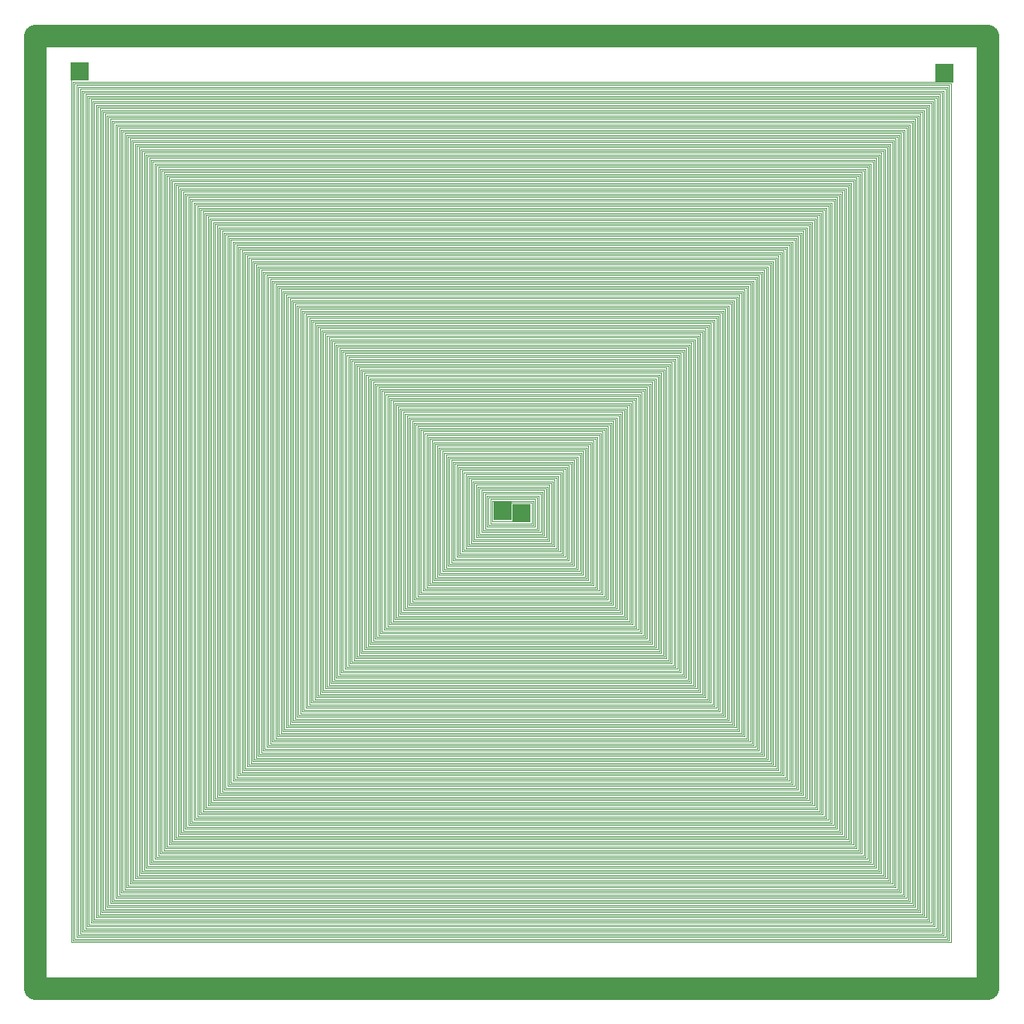
<source format=gbr>
G04 start of page 2 for group 0 idx 0 *
G04 Title: (unknown), component *
G04 Creator: pcb 1.99y *
G04 CreationDate: Mon Mar  9 18:38:31 2009 UTC *
G04 For: dj *
G04 Format: Gerber/RS-274X *
G04 PCB-Dimensions: 432612 432612 *
G04 PCB-Coordinate-Origin: lower left *
%MOIN*%
%FSLAX25Y25*%
%LNFRONT*%
%ADD11C,0.0039*%
%ADD12C,0.1000*%
%ADD13C,0.0200*%
%ADD14C,0.0300*%
G54D11*X383482Y52933D02*Y378891D01*
X384270Y52145D02*Y379679D01*
X385058Y51357D02*Y380467D01*
X385846Y50569D02*Y381255D01*
X386634Y49781D02*Y382043D01*
X387422Y48993D02*Y382831D01*
X388210Y48205D02*Y383619D01*
X388998Y47417D02*Y384407D01*
X389786Y46629D02*Y385195D01*
X390574Y45841D02*Y385983D01*
X391362Y45053D02*Y386771D01*
X392150Y44265D02*Y387559D01*
X392938Y43477D02*Y388347D01*
X393726Y42689D02*Y389135D01*
X394514Y41901D02*Y389923D01*
X395302Y41113D02*Y390711D01*
X396090Y40325D02*Y391499D01*
X396878Y39537D02*Y392287D01*
X397666Y38749D02*Y393075D01*
X398454Y37961D02*Y393863D01*
X399242Y37173D02*Y394651D01*
X400030Y36385D02*Y395439D01*
X400818Y35597D02*Y396227D01*
X401606Y34809D02*Y397015D01*
X402394Y34021D02*Y397803D01*
X403182Y33233D02*Y398591D01*
X403970Y32445D02*Y399379D01*
X404758Y31657D02*Y400167D01*
X405546Y30869D02*Y400955D01*
X406334Y30081D02*Y401743D01*
X407122Y29293D02*Y402531D01*
X407910Y28505D02*Y403319D01*
X408698Y27717D02*Y404107D01*
X409486Y26929D02*Y404895D01*
X410274Y26141D02*Y405683D01*
X411062Y25353D02*Y406471D01*
G54D12*X427612Y5000D02*Y427612D01*
G54D11*X170482Y175073D02*Y258327D01*
X169694Y174285D02*Y259115D01*
X168906Y173497D02*Y259903D01*
X168118Y172709D02*Y260691D01*
X167330Y171921D02*Y261479D01*
X166542Y171133D02*Y262267D01*
X165754Y170345D02*Y263055D01*
X164966Y169557D02*Y263843D01*
X164178Y168769D02*Y264631D01*
X163390Y167981D02*Y265419D01*
X162602Y167193D02*Y266207D01*
X161814Y166405D02*Y266995D01*
X161026Y165617D02*Y267783D01*
X160238Y164829D02*Y268571D01*
X159450Y164041D02*Y269359D01*
X158662Y163253D02*Y270147D01*
X157874Y162465D02*Y270935D01*
X157086Y161677D02*Y271723D01*
X156298Y160889D02*Y272511D01*
X155510Y160101D02*Y273299D01*
X154722Y159313D02*Y274087D01*
X153934Y158525D02*Y274875D01*
X153146Y157737D02*Y275663D01*
X152358Y156949D02*Y276451D01*
X151570Y156161D02*Y277239D01*
X150782Y155373D02*Y278027D01*
X149994Y154585D02*Y278815D01*
X149206Y153797D02*Y279603D01*
X148418Y153009D02*Y280391D01*
X147630Y152221D02*Y281179D01*
X146842Y151433D02*Y281967D01*
X146054Y150645D02*Y282755D01*
X145266Y149857D02*Y283543D01*
X144478Y149069D02*Y284331D01*
X143690Y148281D02*Y285119D01*
X142902Y147493D02*Y285907D01*
X142114Y146705D02*Y286695D01*
X141326Y145917D02*Y287483D01*
X140538Y145129D02*Y288271D01*
X139750Y144341D02*Y289059D01*
X138962Y143553D02*Y289847D01*
X138174Y142765D02*Y290635D01*
X137386Y141977D02*Y291423D01*
X136598Y141189D02*Y292211D01*
X135810Y140401D02*Y292999D01*
X135022Y139613D02*Y293787D01*
X134234Y138825D02*Y294575D01*
X133446Y138037D02*Y295363D01*
X189394Y193985D02*Y239415D01*
X188606Y193197D02*Y240203D01*
X187818Y192409D02*Y240991D01*
X187030Y191621D02*Y241779D01*
X186242Y190833D02*Y242567D01*
X185454Y190045D02*Y243355D01*
X184666Y189257D02*Y244143D01*
X183878Y188469D02*Y244931D01*
G54D12*X5000Y5000D02*X427612D01*
G54D11*X183090Y187681D02*Y245719D01*
X182302Y186893D02*Y246507D01*
X181514Y186105D02*Y247295D01*
X180726Y185317D02*Y248083D01*
X179938Y184529D02*Y248871D01*
X179150Y183741D02*Y249659D01*
X178362Y182953D02*Y250447D01*
X177574Y182165D02*Y251235D01*
X176786Y181377D02*Y252023D01*
X175998Y180589D02*Y252811D01*
X175210Y179801D02*Y253599D01*
X174422Y179013D02*Y254387D01*
X173634Y178225D02*Y255175D01*
X172846Y177437D02*Y255963D01*
X172058Y176649D02*Y256751D01*
X171270Y175861D02*Y257539D01*
X49130Y379679D02*X384270D01*
X48342Y380467D02*X385058D01*
X47554Y381255D02*X385846D01*
X46766Y382043D02*X386634D01*
X45978Y382831D02*X387422D01*
X45190Y383619D02*X388210D01*
X44402Y384407D02*X388998D01*
X43614Y385195D02*X389786D01*
X42826Y385983D02*X390574D01*
X42038Y386771D02*X391362D01*
X41250Y387559D02*X392150D01*
X40462Y388347D02*X392938D01*
X39674Y389135D02*X393726D01*
X38886Y389923D02*X394514D01*
X38098Y390711D02*X395302D01*
X37310Y391499D02*X396090D01*
X36522Y392287D02*X396878D01*
X35734Y393075D02*X397666D01*
X34946Y393863D02*X398454D01*
X34158Y394651D02*X399242D01*
X33370Y395439D02*X400030D01*
X32582Y396227D02*X400818D01*
X31794Y397015D02*X401606D01*
X31006Y397803D02*X402394D01*
X30218Y398591D02*X403182D01*
X29430Y399379D02*X403970D01*
X28642Y400167D02*X404758D01*
X27854Y400955D02*X405546D01*
X27066Y401743D02*X406334D01*
X26278Y402531D02*X407122D01*
X25490Y403319D02*X407910D01*
X24702Y404107D02*X408698D01*
X23914Y404895D02*X409486D01*
X23126Y405683D02*X410274D01*
X22338Y406471D02*X411062D01*
X21550Y407259D02*X411850D01*
G54D12*X5000Y427612D02*X427612D01*
G54D11*X156298Y160889D02*X275526D01*
X155510Y160101D02*X276314D01*
X154722Y159313D02*X277102D01*
X153934Y158525D02*X277890D01*
X153146Y157737D02*X278678D01*
X152358Y156949D02*X279466D01*
X151570Y156161D02*X280254D01*
X150782Y155373D02*X281042D01*
X149994Y154585D02*X281830D01*
X149206Y153797D02*X282618D01*
X148418Y153009D02*X283406D01*
X147630Y152221D02*X284194D01*
X146842Y151433D02*X284982D01*
X146054Y150645D02*X285770D01*
X145266Y149857D02*X286558D01*
X144478Y149069D02*X287346D01*
X143690Y148281D02*X288134D01*
X142902Y147493D02*X288922D01*
X142114Y146705D02*X289710D01*
X141326Y145917D02*X290498D01*
X140538Y145129D02*X291286D01*
X139750Y144341D02*X292074D01*
X138962Y143553D02*X292862D01*
X138174Y142765D02*X293650D01*
X137386Y141977D02*X294438D01*
X136598Y141189D02*X295226D01*
X135810Y140401D02*X296014D01*
X135022Y139613D02*X296802D01*
X134234Y138825D02*X297590D01*
X133446Y138037D02*X298378D01*
X132658Y137249D02*X299166D01*
X131870Y136461D02*X299954D01*
X131082Y135673D02*X300742D01*
X130294Y134885D02*X301530D01*
X129506Y134097D02*X302318D01*
X128718Y133309D02*X303106D01*
X127930Y132521D02*X303894D01*
X127142Y131733D02*X304682D01*
X126354Y130945D02*X305470D01*
X125566Y130157D02*X306258D01*
X124778Y129369D02*X307046D01*
X123990Y128581D02*X307834D01*
X123202Y127793D02*X308622D01*
X122414Y127005D02*X309410D01*
X121626Y126217D02*X310198D01*
X120838Y125429D02*X310986D01*
X120050Y124641D02*X311774D01*
X119262Y123853D02*X312562D01*
X118474Y123065D02*X313350D01*
X117686Y122277D02*X314138D01*
X116898Y121489D02*X314926D01*
X116110Y120701D02*X315714D01*
X115322Y119913D02*X316502D01*
X114534Y119125D02*X317290D01*
X113746Y118337D02*X318078D01*
X112958Y117549D02*X318866D01*
X112170Y116761D02*X319654D01*
X111382Y115973D02*X320442D01*
X110594Y115185D02*X321230D01*
X109806Y114397D02*X322018D01*
X109018Y113609D02*X322806D01*
X108230Y112821D02*X323594D01*
X107442Y112033D02*X324382D01*
X106654Y111245D02*X325170D01*
X105866Y110457D02*X325958D01*
X105078Y109669D02*X326746D01*
X104290Y108881D02*X327534D01*
X103502Y108093D02*X328322D01*
X102714Y107305D02*X329110D01*
X101926Y106517D02*X329898D01*
X101138Y105729D02*X330686D01*
X100350Y104941D02*X331474D01*
X99562Y104153D02*X332262D01*
X98774Y103365D02*X333050D01*
X97986Y102577D02*X333838D01*
X97198Y101789D02*X334626D01*
X96410Y101001D02*X335414D01*
X95622Y100213D02*X336202D01*
X94834Y99425D02*X336990D01*
X94046Y98637D02*X337778D01*
X93258Y97849D02*X338566D01*
X92470Y97061D02*X339354D01*
X91682Y96273D02*X340142D01*
X90894Y95485D02*X340930D01*
X90106Y94697D02*X341718D01*
X89318Y93909D02*X342506D01*
X88530Y93121D02*X343294D01*
X87742Y92333D02*X344082D01*
X86954Y91545D02*X344870D01*
X86166Y90757D02*X345658D01*
X85378Y89969D02*X346446D01*
X84590Y89181D02*X347234D01*
X83802Y88393D02*X348022D01*
X83014Y87605D02*X348810D01*
X82226Y86817D02*X349598D01*
X81438Y86029D02*X350386D01*
X80650Y85241D02*X351174D01*
X79862Y84453D02*X351962D01*
X79074Y83665D02*X352750D01*
X78286Y82877D02*X353538D01*
X77498Y82089D02*X354326D01*
X76710Y81301D02*X355114D01*
X75922Y80513D02*X355902D01*
X75134Y79725D02*X356690D01*
X74346Y78937D02*X357478D01*
X73558Y78149D02*X358266D01*
X72770Y77361D02*X359054D01*
X71982Y76573D02*X359842D01*
X71194Y75785D02*X360630D01*
X70406Y74997D02*X361418D01*
X69618Y74209D02*X362206D01*
X68830Y73421D02*X362994D01*
X68042Y72633D02*X363782D01*
X67254Y71845D02*X364570D01*
X66466Y71057D02*X365358D01*
X65678Y70269D02*X366146D01*
X64890Y69481D02*X366934D01*
X64102Y68693D02*X367722D01*
X63314Y67905D02*X368510D01*
X62526Y67117D02*X369298D01*
X61738Y66329D02*X370086D01*
X60950Y65541D02*X370874D01*
X60162Y64753D02*X371662D01*
X59374Y63965D02*X372450D01*
X58586Y63177D02*X373238D01*
X57798Y62389D02*X374026D01*
X57010Y61601D02*X374814D01*
X56222Y60813D02*X375602D01*
X55434Y60025D02*X376390D01*
X54646Y59237D02*X377178D01*
X53858Y58449D02*X377966D01*
X53070Y57661D02*X378754D01*
X52282Y56873D02*X379542D01*
X51494Y56085D02*X380330D01*
X50706Y55297D02*X381118D01*
X49918Y54509D02*X381906D01*
X49130Y53721D02*X382694D01*
X48342Y52933D02*X383482D01*
X47554Y52145D02*X384270D01*
X46766Y51357D02*X385058D01*
X45978Y50569D02*X385846D01*
X45190Y49781D02*X386634D01*
X44402Y48993D02*X387422D01*
X43614Y48205D02*X388210D01*
X42826Y47417D02*X388998D01*
X42038Y46629D02*X389786D01*
X41250Y45841D02*X390574D01*
X40462Y45053D02*X391362D01*
X39674Y44265D02*X392150D01*
X38886Y43477D02*X392938D01*
X38098Y42689D02*X393726D01*
X37310Y41901D02*X394514D01*
X36522Y41113D02*X395302D01*
X35734Y40325D02*X396090D01*
X34946Y39537D02*X396878D01*
X34158Y38749D02*X397666D01*
X33370Y37961D02*X398454D01*
X32582Y37173D02*X399242D01*
X31794Y36385D02*X400030D01*
X31006Y35597D02*X400818D01*
X30218Y34809D02*X401606D01*
X29430Y34021D02*X402394D01*
X28642Y33233D02*X403182D01*
X27854Y32445D02*X403970D01*
X27066Y31657D02*X404758D01*
X26278Y30869D02*X405546D01*
X25490Y30081D02*X406334D01*
X24702Y29293D02*X407122D01*
X23914Y28505D02*X407910D01*
X23126Y27717D02*X408698D01*
X22338Y26929D02*X409486D01*
X21550Y26141D02*X410274D01*
X20762Y25353D02*X411062D01*
X132658Y137249D02*Y296151D01*
X131870Y136461D02*Y296939D01*
X131082Y135673D02*Y297727D01*
X130294Y134885D02*Y298515D01*
X129506Y134097D02*Y299303D01*
X128718Y133309D02*Y300091D01*
X127930Y132521D02*Y300879D01*
X127142Y131733D02*Y301667D01*
X126354Y130945D02*Y302455D01*
X125566Y130157D02*Y303243D01*
X124778Y129369D02*Y304031D01*
X123990Y128581D02*Y304819D01*
X123202Y127793D02*Y305607D01*
X122414Y127005D02*Y306395D01*
X121626Y126217D02*Y307183D01*
X120838Y125429D02*Y307971D01*
X120050Y124641D02*Y308759D01*
X119262Y123853D02*Y309547D01*
X118474Y123065D02*Y310335D01*
X117686Y122277D02*Y311123D01*
X116898Y121489D02*Y311911D01*
X116110Y120701D02*Y312699D01*
X115322Y119913D02*Y313487D01*
X114534Y119125D02*Y314275D01*
X113746Y118337D02*Y315063D01*
X112958Y117549D02*Y315851D01*
X112170Y116761D02*Y316639D01*
X111382Y115973D02*Y317427D01*
X110594Y115185D02*Y318215D01*
X109806Y114397D02*Y319003D01*
X109018Y113609D02*Y319791D01*
X108230Y112821D02*Y320579D01*
X107442Y112033D02*Y321367D01*
X106654Y111245D02*Y322155D01*
X105866Y110457D02*Y322943D01*
X105078Y109669D02*Y323731D01*
X104290Y108881D02*Y324519D01*
X103502Y108093D02*Y325307D01*
X102714Y107305D02*Y326095D01*
X101926Y106517D02*Y326883D01*
X101138Y105729D02*Y327671D01*
X100350Y104941D02*Y328459D01*
X99562Y104153D02*Y329247D01*
X98774Y103365D02*Y330035D01*
X97986Y102577D02*Y330823D01*
X97198Y101789D02*Y331611D01*
X96410Y101001D02*Y332399D01*
X95622Y100213D02*Y333187D01*
X94834Y99425D02*Y333975D01*
X94046Y98637D02*Y334763D01*
X93258Y97849D02*Y335551D01*
X92470Y97061D02*Y336339D01*
X91682Y96273D02*Y337127D01*
X90894Y95485D02*Y337915D01*
X90106Y94697D02*Y338703D01*
X89318Y93909D02*Y339491D01*
X88530Y93121D02*Y340279D01*
X87742Y92333D02*Y341067D01*
X86954Y91545D02*Y341855D01*
X86166Y90757D02*Y342643D01*
X85378Y89969D02*Y343431D01*
X84590Y89181D02*Y344219D01*
X83802Y88393D02*Y345007D01*
X83014Y87605D02*Y345795D01*
X82226Y86817D02*Y346583D01*
X81438Y86029D02*Y347371D01*
X80650Y85241D02*Y348159D01*
X79862Y84453D02*Y348947D01*
X79074Y83665D02*Y349735D01*
X78286Y82877D02*Y350523D01*
X77498Y82089D02*Y351311D01*
X76710Y81301D02*Y352099D01*
X75922Y80513D02*Y352887D01*
X75134Y79725D02*Y353675D01*
X74346Y78937D02*Y354463D01*
X73558Y78149D02*Y355251D01*
X72770Y77361D02*Y356039D01*
X71982Y76573D02*Y356827D01*
X71194Y75785D02*Y357615D01*
X70406Y74997D02*Y358403D01*
X69618Y74209D02*Y359191D01*
X68830Y73421D02*Y359979D01*
X68042Y72633D02*Y360767D01*
X67254Y71845D02*Y361555D01*
X66466Y71057D02*Y362343D01*
X65678Y70269D02*Y363131D01*
X64890Y69481D02*Y363919D01*
X64102Y68693D02*Y364707D01*
X63314Y67905D02*Y365495D01*
X62526Y67117D02*Y366283D01*
X61738Y66329D02*Y367071D01*
X60950Y65541D02*Y367859D01*
X60162Y64753D02*Y368647D01*
X59374Y63965D02*Y369435D01*
X58586Y63177D02*Y370223D01*
X57798Y62389D02*Y371011D01*
X57010Y61601D02*Y371799D01*
X56222Y60813D02*Y372587D01*
X55434Y60025D02*Y373375D01*
X54646Y59237D02*Y374163D01*
X53858Y58449D02*Y374951D01*
X53070Y57661D02*Y375739D01*
X52282Y56873D02*Y376527D01*
X51494Y56085D02*Y377315D01*
X50706Y55297D02*Y378103D01*
X49918Y54509D02*Y378891D01*
X49130Y53721D02*Y379679D01*
X48342Y52933D02*Y380467D01*
X47554Y52145D02*Y381255D01*
X46766Y51357D02*Y382043D01*
X45978Y50569D02*Y382831D01*
X45190Y49781D02*Y383619D01*
X44402Y48993D02*Y384407D01*
X43614Y48205D02*Y385195D01*
X42826Y47417D02*Y385983D01*
X42038Y46629D02*Y386771D01*
X41250Y45841D02*Y387559D01*
X40462Y45053D02*Y388347D01*
X39674Y44265D02*Y389135D01*
X38886Y43477D02*Y389923D01*
X38098Y42689D02*Y390711D01*
X37310Y41901D02*Y391499D01*
X36522Y41113D02*Y392287D01*
X35734Y40325D02*Y393075D01*
X34946Y39537D02*Y393863D01*
X34158Y38749D02*Y394651D01*
X33370Y37961D02*Y395439D01*
X32582Y37173D02*Y396227D01*
X31794Y36385D02*Y397015D01*
X31006Y35597D02*Y397803D01*
X30218Y34809D02*Y398591D01*
X29430Y34021D02*Y399379D01*
X28642Y33233D02*Y400167D01*
X27854Y32445D02*Y400955D01*
X27066Y31657D02*Y401743D01*
X26278Y30869D02*Y402531D01*
X25490Y30081D02*Y403319D01*
X24702Y29293D02*Y404107D01*
X23914Y28505D02*Y404895D01*
X23126Y27717D02*Y405683D01*
X22338Y26929D02*Y406471D01*
X21550Y26141D02*Y407259D01*
X20762Y25353D02*Y408047D01*
G54D12*X5000Y5000D02*Y427612D01*
G54D11*X205942Y210533D02*Y222867D01*
X205154Y209745D02*Y223655D01*
X204366Y208957D02*Y224443D01*
X203578Y208169D02*Y225231D01*
X202790Y207381D02*Y226019D01*
X202002Y206593D02*Y226807D01*
X201214Y205805D02*Y227595D01*
X200426Y205017D02*Y228383D01*
X199638Y204229D02*Y229171D01*
X198850Y203441D02*Y229959D01*
X198062Y202653D02*Y230747D01*
X197274Y201865D02*Y231535D01*
X196486Y201077D02*Y232323D01*
X195698Y200289D02*Y233111D01*
X194910Y199501D02*Y233899D01*
X194122Y198713D02*Y234687D01*
X193334Y197925D02*Y235475D01*
X192546Y197137D02*Y236263D01*
X191758Y196349D02*Y237051D01*
X190970Y195561D02*Y237839D01*
X190182Y194773D02*Y238627D01*
X206730Y222079D02*X226670D01*
X205942Y222867D02*X227458D01*
X205154Y223655D02*X228246D01*
X204366Y224443D02*X229034D01*
X203578Y225231D02*X229822D01*
X202790Y226019D02*X230610D01*
X202002Y226807D02*X231398D01*
X201214Y227595D02*X232186D01*
X200426Y228383D02*X232974D01*
X199638Y229171D02*X233762D01*
X198850Y229959D02*X234550D01*
X198062Y230747D02*X235338D01*
X197274Y231535D02*X236126D01*
X196486Y232323D02*X236914D01*
X195698Y233111D02*X237702D01*
X194910Y233899D02*X238490D01*
X194122Y234687D02*X239278D01*
X193334Y235475D02*X240066D01*
X192546Y236263D02*X240854D01*
X191758Y237051D02*X241642D01*
X190970Y237839D02*X242430D01*
X190182Y238627D02*X243218D01*
X189394Y239415D02*X244006D01*
X188606Y240203D02*X244794D01*
X187818Y240991D02*X245582D01*
X187030Y241779D02*X246370D01*
X186242Y242567D02*X247158D01*
X138962Y289847D02*X294438D01*
X138174Y290635D02*X295226D01*
X137386Y291423D02*X296014D01*
X136598Y292211D02*X296802D01*
X135810Y292999D02*X297590D01*
X135022Y293787D02*X298378D01*
X134234Y294575D02*X299166D01*
X133446Y295363D02*X299954D01*
X132658Y296151D02*X300742D01*
X131870Y296939D02*X301530D01*
X131082Y297727D02*X302318D01*
X130294Y298515D02*X303106D01*
X129506Y299303D02*X303894D01*
X128718Y300091D02*X304682D01*
X127930Y300879D02*X305470D01*
X127142Y301667D02*X306258D01*
X126354Y302455D02*X307046D01*
X125566Y303243D02*X307834D01*
X124778Y304031D02*X308622D01*
X123990Y304819D02*X309410D01*
X123202Y305607D02*X310198D01*
X122414Y306395D02*X310986D01*
X121626Y307183D02*X311774D01*
X120838Y307971D02*X312562D01*
X120050Y308759D02*X313350D01*
X119262Y309547D02*X314138D01*
X118474Y310335D02*X314926D01*
X117686Y311123D02*X315714D01*
X116898Y311911D02*X316502D01*
X116110Y312699D02*X317290D01*
X115322Y313487D02*X318078D01*
X114534Y314275D02*X318866D01*
X113746Y315063D02*X319654D01*
X112958Y315851D02*X320442D01*
X112170Y316639D02*X321230D01*
X111382Y317427D02*X322018D01*
X110594Y318215D02*X322806D01*
X109806Y319003D02*X323594D01*
X109018Y319791D02*X324382D01*
X108230Y320579D02*X325170D01*
X107442Y321367D02*X325958D01*
X106654Y322155D02*X326746D01*
X105866Y322943D02*X327534D01*
X105078Y323731D02*X328322D01*
X104290Y324519D02*X329110D01*
X103502Y325307D02*X329898D01*
X102714Y326095D02*X330686D01*
X101926Y326883D02*X331474D01*
X101138Y327671D02*X332262D01*
X100350Y328459D02*X333050D01*
X99562Y329247D02*X333838D01*
X98774Y330035D02*X334626D01*
X97986Y330823D02*X335414D01*
X97198Y331611D02*X336202D01*
X96410Y332399D02*X336990D01*
X95622Y333187D02*X337778D01*
X94834Y333975D02*X338566D01*
X94046Y334763D02*X339354D01*
X93258Y335551D02*X340142D01*
X92470Y336339D02*X340930D01*
X91682Y337127D02*X341718D01*
X90894Y337915D02*X342506D01*
X90106Y338703D02*X343294D01*
X89318Y339491D02*X344082D01*
X88530Y340279D02*X344870D01*
X87742Y341067D02*X345658D01*
X86954Y341855D02*X346446D01*
X86166Y342643D02*X347234D01*
X85378Y343431D02*X348022D01*
X84590Y344219D02*X348810D01*
X83802Y345007D02*X349598D01*
X83014Y345795D02*X350386D01*
X82226Y346583D02*X351174D01*
X81438Y347371D02*X351962D01*
X80650Y348159D02*X352750D01*
X79862Y348947D02*X353538D01*
X79074Y349735D02*X354326D01*
X78286Y350523D02*X355114D01*
X77498Y351311D02*X355902D01*
X76710Y352099D02*X356690D01*
X75922Y352887D02*X357478D01*
X75134Y353675D02*X358266D01*
X74346Y354463D02*X359054D01*
X73558Y355251D02*X359842D01*
X72770Y356039D02*X360630D01*
X71982Y356827D02*X361418D01*
X71194Y357615D02*X362206D01*
X70406Y358403D02*X362994D01*
X69618Y359191D02*X363782D01*
X68830Y359979D02*X364570D01*
X68042Y360767D02*X365358D01*
X67254Y361555D02*X366146D01*
X66466Y362343D02*X366934D01*
X65678Y363131D02*X367722D01*
X64890Y363919D02*X368510D01*
X64102Y364707D02*X369298D01*
X63314Y365495D02*X370086D01*
X62526Y366283D02*X370874D01*
X61738Y367071D02*X371662D01*
X60950Y367859D02*X372450D01*
X60162Y368647D02*X373238D01*
X59374Y369435D02*X374026D01*
X58586Y370223D02*X374814D01*
X57798Y371011D02*X375602D01*
X57010Y371799D02*X376390D01*
X56222Y372587D02*X377178D01*
X55434Y373375D02*X377966D01*
X54646Y374163D02*X378754D01*
X53858Y374951D02*X379542D01*
X53070Y375739D02*X380330D01*
X52282Y376527D02*X381118D01*
X51494Y377315D02*X381906D01*
X50706Y378103D02*X382694D01*
X49918Y378891D02*X383482D01*
X205942Y210533D02*X225882D01*
X205154Y209745D02*X226670D01*
X204366Y208957D02*X227458D01*
X225882Y210533D02*Y221291D01*
X226670Y209745D02*Y222079D01*
X227458Y208957D02*Y222867D01*
X228246Y208169D02*Y223655D01*
X229034Y207381D02*Y224443D01*
X229822Y206593D02*Y225231D01*
X203578Y208169D02*X228246D01*
X202790Y207381D02*X229034D01*
X202002Y206593D02*X229822D01*
X201214Y205805D02*X230610D01*
X207518Y212109D02*Y221291D01*
X208306Y220503D02*X225094D01*
X206730Y211321D02*Y222079D01*
X207518Y221291D02*X225882D01*
X207518Y212109D02*X224306D01*
Y219715D01*
X206730Y211321D02*X225094D01*
Y220503D01*
X230610Y205805D02*Y226019D01*
X200426Y205017D02*X231398D01*
X244794Y191621D02*Y240203D01*
X245582Y190833D02*Y240991D01*
X246370Y190045D02*Y241779D01*
X247158Y189257D02*Y242567D01*
X247946Y188469D02*Y243355D01*
X248734Y187681D02*Y244143D01*
X249522Y186893D02*Y244931D01*
X250310Y186105D02*Y245719D01*
X251098Y185317D02*Y246507D01*
X251886Y184529D02*Y247295D01*
X252674Y183741D02*Y248083D01*
X253462Y182953D02*Y248871D01*
X254250Y182165D02*Y249659D01*
X255038Y181377D02*Y250447D01*
X255826Y180589D02*Y251235D01*
X256614Y179801D02*Y252023D01*
X257402Y179013D02*Y252811D01*
X258190Y178225D02*Y253599D01*
X258978Y177437D02*Y254387D01*
X259766Y176649D02*Y255175D01*
X260554Y175861D02*Y255963D01*
X261342Y175073D02*Y256751D01*
X262130Y174285D02*Y257539D01*
X262918Y173497D02*Y258327D01*
X263706Y172709D02*Y259115D01*
X264494Y171921D02*Y259903D01*
X265282Y171133D02*Y260691D01*
X266070Y170345D02*Y261479D01*
X266858Y169557D02*Y262267D01*
X267646Y168769D02*Y263055D01*
X268434Y167981D02*Y263843D01*
X269222Y167193D02*Y264631D01*
X270010Y166405D02*Y265419D01*
X270798Y165617D02*Y266207D01*
X271586Y164829D02*Y266995D01*
X272374Y164041D02*Y267783D01*
X273162Y163253D02*Y268571D01*
X273950Y162465D02*Y269359D01*
X231398Y205017D02*Y226807D01*
X232186Y204229D02*Y227595D01*
X232974Y203441D02*Y228383D01*
X233762Y202653D02*Y229171D01*
X234550Y201865D02*Y229959D01*
X235338Y201077D02*Y230747D01*
X236126Y200289D02*Y231535D01*
X236914Y199501D02*Y232323D01*
X237702Y198713D02*Y233111D01*
X238490Y197925D02*Y233899D01*
X239278Y197137D02*Y234687D01*
X240066Y196349D02*Y235475D01*
X240854Y195561D02*Y236263D01*
X241642Y194773D02*Y237051D01*
X242430Y193985D02*Y237839D01*
X243218Y193197D02*Y238627D01*
X244006Y192409D02*Y239415D01*
X199638Y204229D02*X232186D01*
X198850Y203441D02*X232974D01*
X198062Y202653D02*X233762D01*
X197274Y201865D02*X234550D01*
X196486Y201077D02*X235338D01*
X195698Y200289D02*X236126D01*
X194910Y199501D02*X236914D01*
X194122Y198713D02*X237702D01*
X193334Y197925D02*X238490D01*
X192546Y197137D02*X239278D01*
X191758Y196349D02*X240066D01*
X190970Y195561D02*X240854D01*
X190182Y194773D02*X241642D01*
X189394Y193985D02*X242430D01*
X188606Y193197D02*X243218D01*
X187818Y192409D02*X244006D01*
X187030Y191621D02*X244794D01*
X186242Y190833D02*X245582D01*
X185454Y190045D02*X246370D01*
X184666Y189257D02*X247158D01*
X183878Y188469D02*X247946D01*
X183090Y187681D02*X248734D01*
X182302Y186893D02*X249522D01*
X181514Y186105D02*X250310D01*
X180726Y185317D02*X251098D01*
X179938Y184529D02*X251886D01*
X179150Y183741D02*X252674D01*
X178362Y182953D02*X253462D01*
X177574Y182165D02*X254250D01*
X176786Y181377D02*X255038D01*
X175998Y180589D02*X255826D01*
X175210Y179801D02*X256614D01*
X174422Y179013D02*X257402D01*
X173634Y178225D02*X258190D01*
X172846Y177437D02*X258978D01*
X172058Y176649D02*X259766D01*
X171270Y175861D02*X260554D01*
X170482Y175073D02*X261342D01*
X169694Y174285D02*X262130D01*
X168906Y173497D02*X262918D01*
X168118Y172709D02*X263706D01*
X167330Y171921D02*X264494D01*
X166542Y171133D02*X265282D01*
X165754Y170345D02*X266070D01*
X164966Y169557D02*X266858D01*
X164178Y168769D02*X267646D01*
X163390Y167981D02*X268434D01*
X162602Y167193D02*X269222D01*
X161814Y166405D02*X270010D01*
X161026Y165617D02*X270798D01*
X160238Y164829D02*X271586D01*
X159450Y164041D02*X272374D01*
X158662Y163253D02*X273162D01*
X157874Y162465D02*X273950D01*
X157086Y161677D02*X274738D01*
X185454Y243355D02*X247946D01*
X184666Y244143D02*X248734D01*
X183878Y244931D02*X249522D01*
X183090Y245719D02*X250310D01*
X182302Y246507D02*X251098D01*
X181514Y247295D02*X251886D01*
X180726Y248083D02*X252674D01*
X179938Y248871D02*X253462D01*
X179150Y249659D02*X254250D01*
X178362Y250447D02*X255038D01*
X177574Y251235D02*X255826D01*
X176786Y252023D02*X256614D01*
X175998Y252811D02*X257402D01*
X175210Y253599D02*X258190D01*
X174422Y254387D02*X258978D01*
X173634Y255175D02*X259766D01*
X172846Y255963D02*X260554D01*
X172058Y256751D02*X261342D01*
X171270Y257539D02*X262130D01*
X170482Y258327D02*X262918D01*
X169694Y259115D02*X263706D01*
X168906Y259903D02*X264494D01*
X168118Y260691D02*X265282D01*
X167330Y261479D02*X266070D01*
X166542Y262267D02*X266858D01*
X165754Y263055D02*X267646D01*
X164966Y263843D02*X268434D01*
X164178Y264631D02*X269222D01*
X163390Y265419D02*X270010D01*
X162602Y266207D02*X270798D01*
X161814Y266995D02*X271586D01*
X161026Y267783D02*X272374D01*
X160238Y268571D02*X273162D01*
X159450Y269359D02*X273950D01*
X158662Y270147D02*X274738D01*
X157874Y270935D02*X275526D01*
X157086Y271723D02*X276314D01*
X156298Y272511D02*X277102D01*
X155510Y273299D02*X277890D01*
X154722Y274087D02*X278678D01*
X153934Y274875D02*X279466D01*
X153146Y275663D02*X280254D01*
X152358Y276451D02*X281042D01*
X151570Y277239D02*X281830D01*
X150782Y278027D02*X282618D01*
X149994Y278815D02*X283406D01*
X149206Y279603D02*X284194D01*
X148418Y280391D02*X284982D01*
X147630Y281179D02*X285770D01*
X146842Y281967D02*X286558D01*
X146054Y282755D02*X287346D01*
X145266Y283543D02*X288134D01*
X144478Y284331D02*X288922D01*
X143690Y285119D02*X289710D01*
X142902Y285907D02*X290498D01*
X142114Y286695D02*X291286D01*
X141326Y287483D02*X292074D01*
X140538Y288271D02*X292862D01*
X139750Y289059D02*X293650D01*
X274738Y161677D02*Y270147D01*
X275526Y160889D02*Y270935D01*
X276314Y160101D02*Y271723D01*
X277102Y159313D02*Y272511D01*
X277890Y158525D02*Y273299D01*
X278678Y157737D02*Y274087D01*
X279466Y156949D02*Y274875D01*
X280254Y156161D02*Y275663D01*
X281042Y155373D02*Y276451D01*
X281830Y154585D02*Y277239D01*
X282618Y153797D02*Y278027D01*
X283406Y153009D02*Y278815D01*
X284194Y152221D02*Y279603D01*
X284982Y151433D02*Y280391D01*
X285770Y150645D02*Y281179D01*
X286558Y149857D02*Y281967D01*
X287346Y149069D02*Y282755D01*
X288134Y148281D02*Y283543D01*
X288922Y147493D02*Y284331D01*
X289710Y146705D02*Y285119D01*
X290498Y145917D02*Y285907D01*
X291286Y145129D02*Y286695D01*
X292074Y144341D02*Y287483D01*
X292862Y143553D02*Y288271D01*
X293650Y142765D02*Y289059D01*
X294438Y141977D02*Y289847D01*
X295226Y141189D02*Y290635D01*
X296014Y140401D02*Y291423D01*
X296802Y139613D02*Y292211D01*
X297590Y138825D02*Y292999D01*
X298378Y138037D02*Y293787D01*
X299166Y137249D02*Y294575D01*
X299954Y136461D02*Y295363D01*
X300742Y135673D02*Y296151D01*
X301530Y134885D02*Y296939D01*
X302318Y134097D02*Y297727D01*
X303106Y133309D02*Y298515D01*
X303894Y132521D02*Y299303D01*
X304682Y131733D02*Y300091D01*
X305470Y130945D02*Y300879D01*
X306258Y130157D02*Y301667D01*
X307046Y129369D02*Y302455D01*
X307834Y128581D02*Y303243D01*
X308622Y127793D02*Y304031D01*
X309410Y127005D02*Y304819D01*
X310198Y126217D02*Y305607D01*
X310986Y125429D02*Y306395D01*
X311774Y124641D02*Y307183D01*
X312562Y123853D02*Y307971D01*
X313350Y123065D02*Y308759D01*
X314138Y122277D02*Y309547D01*
X314926Y121489D02*Y310335D01*
X315714Y120701D02*Y311123D01*
X316502Y119913D02*Y311911D01*
X317290Y119125D02*Y312699D01*
X318078Y118337D02*Y313487D01*
X318866Y117549D02*Y314275D01*
X319654Y116761D02*Y315063D01*
X320442Y115973D02*Y315851D01*
X321230Y115185D02*Y316639D01*
X322018Y114397D02*Y317427D01*
X322806Y113609D02*Y318215D01*
X323594Y112821D02*Y319003D01*
X324382Y112033D02*Y319791D01*
X325170Y111245D02*Y320579D01*
X325958Y110457D02*Y321367D01*
X326746Y109669D02*Y322155D01*
X327534Y108881D02*Y322943D01*
X328322Y108093D02*Y323731D01*
X329110Y107305D02*Y324519D01*
X329898Y106517D02*Y325307D01*
X330686Y105729D02*Y326095D01*
X331474Y104941D02*Y326883D01*
X332262Y104153D02*Y327671D01*
X333050Y103365D02*Y328459D01*
X333838Y102577D02*Y329247D01*
X334626Y101789D02*Y330035D01*
X335414Y101001D02*Y330823D01*
X336202Y100213D02*Y331611D01*
X336990Y99425D02*Y332399D01*
X337778Y98637D02*Y333187D01*
X338566Y97849D02*Y333975D01*
X339354Y97061D02*Y334763D01*
X340142Y96273D02*Y335551D01*
X340930Y95485D02*Y336339D01*
X341718Y94697D02*Y337127D01*
X342506Y93909D02*Y337915D01*
X343294Y93121D02*Y338703D01*
X344082Y92333D02*Y339491D01*
X344870Y91545D02*Y340279D01*
X345658Y90757D02*Y341067D01*
X346446Y89969D02*Y341855D01*
X347234Y89181D02*Y342643D01*
X348022Y88393D02*Y343431D01*
X348810Y87605D02*Y344219D01*
X349598Y86817D02*Y345007D01*
X350386Y86029D02*Y345795D01*
X351174Y85241D02*Y346583D01*
X351962Y84453D02*Y347371D01*
X352750Y83665D02*Y348159D01*
X353538Y82877D02*Y348947D01*
X354326Y82089D02*Y349735D01*
X355114Y81301D02*Y350523D01*
X355902Y80513D02*Y351311D01*
X356690Y79725D02*Y352099D01*
X357478Y78937D02*Y352887D01*
X358266Y78149D02*Y353675D01*
X359054Y77361D02*Y354463D01*
X359842Y76573D02*Y355251D01*
X360630Y75785D02*Y356039D01*
X361418Y74997D02*Y356827D01*
X362206Y74209D02*Y357615D01*
X362994Y73421D02*Y358403D01*
X363782Y72633D02*Y359191D01*
X364570Y71845D02*Y359979D01*
X365358Y71057D02*Y360767D01*
X366146Y70269D02*Y361555D01*
X366934Y69481D02*Y362343D01*
X367722Y68693D02*Y363131D01*
X368510Y67905D02*Y363919D01*
X369298Y67117D02*Y364707D01*
X370086Y66329D02*Y365495D01*
X370874Y65541D02*Y366283D01*
X371662Y64753D02*Y367071D01*
X372450Y63965D02*Y367859D01*
X373238Y63177D02*Y368647D01*
X374026Y62389D02*Y369435D01*
X374814Y61601D02*Y370223D01*
X375602Y60813D02*Y371011D01*
X376390Y60025D02*Y371799D01*
X377178Y59237D02*Y372587D01*
X377966Y58449D02*Y373375D01*
X378754Y57661D02*Y374163D01*
X379542Y56873D02*Y374951D01*
X380330Y56085D02*Y375739D01*
X381118Y55297D02*Y376527D01*
X381906Y54509D02*Y377315D01*
X382694Y53721D02*Y378103D01*
G54D13*G36*
X208109Y220700D02*Y212700D01*
X216109D01*
Y220700D01*
X208109D01*
G37*
G36*
X216503Y219912D02*Y211912D01*
X224503D01*
Y219912D01*
X216503D01*
G37*
G36*
X20565Y415850D02*Y407850D01*
X28565D01*
Y415850D01*
X20565D01*
G37*
G36*
X404047Y415062D02*Y407062D01*
X412047D01*
Y415062D01*
X404047D01*
G37*
G54D14*M02*

</source>
